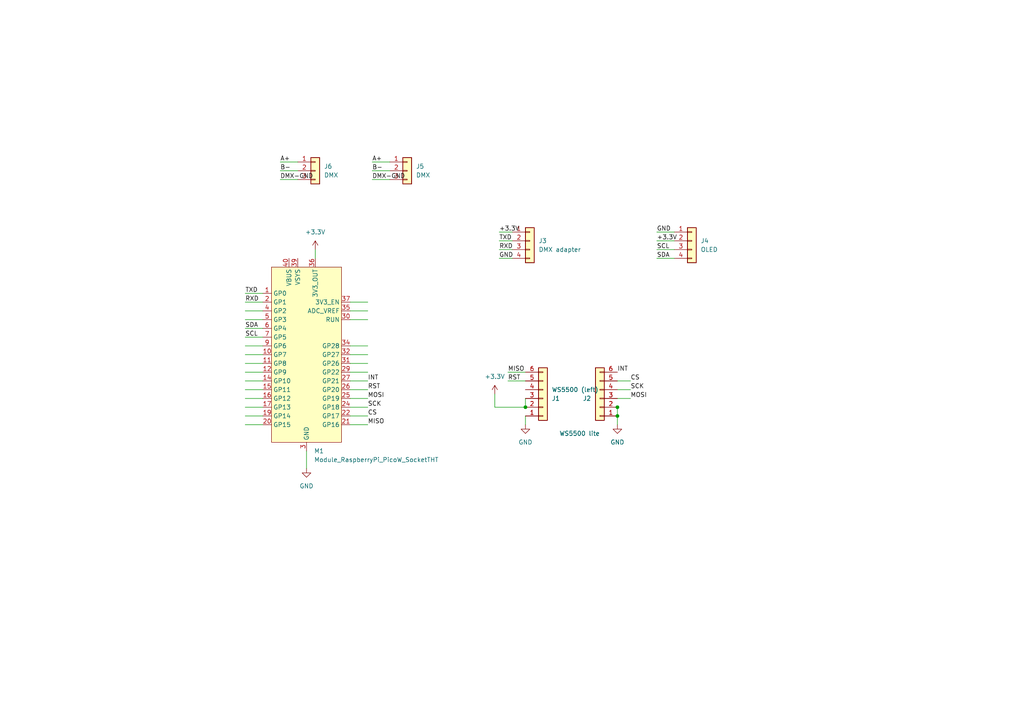
<source format=kicad_sch>
(kicad_sch (version 20230121) (generator eeschema)
  (paper "A4")
  (lib_symbols
    (symbol "Connector_Generic:Conn_01x03" (pin_names (offset 1.016) hide)
      (property "Reference" "J" (at 0 5.08 0))
      (property "Value" "Conn_01x03" (at 0 -5.08 0))
      (symbol "Conn_01x03_1_1"
        (rectangle (start -1.27 -2.413) (end 0 -2.667) (stroke (width 0.1524)))
        (rectangle (start -1.27 0.127) (end 0 -0.127) (stroke (width 0.1524)))
        (rectangle (start -1.27 2.667) (end 0 2.413) (stroke (width 0.1524)))
        (rectangle (start -1.27 3.81) (end 1.27 -3.81) (stroke (width 0.254)) (fill (type background)))
        (pin passive line (at -5.08 2.54 0) (length 3.81) (name "Pin_1") (number "1"))
        (pin passive line (at -5.08 0 0) (length 3.81) (name "Pin_2") (number "2"))
        (pin passive line (at -5.08 -2.54 0) (length 3.81) (name "Pin_3") (number "3"))
      )
    )
    (symbol "Connector_Generic:Conn_01x04" (pin_names (offset 1.016) hide)
      (property "Reference" "J" (at 0 5.08 0))
      (property "Value" "Conn_01x04" (at 0 -7.62 0))
      (symbol "Conn_01x04_1_1"
        (rectangle (start -1.27 -4.953) (end 0 -5.207) (stroke (width 0.1524)))
        (rectangle (start -1.27 -2.413) (end 0 -2.667) (stroke (width 0.1524)))
        (rectangle (start -1.27 0.127) (end 0 -0.127) (stroke (width 0.1524)))
        (rectangle (start -1.27 2.667) (end 0 2.413) (stroke (width 0.1524)))
        (rectangle (start -1.27 3.81) (end 1.27 -6.35) (stroke (width 0.254)) (fill (type background)))
        (pin passive line (at -5.08 2.54 0) (length 3.81) (name "Pin_1") (number "1"))
        (pin passive line (at -5.08 0 0) (length 3.81) (name "Pin_2") (number "2"))
        (pin passive line (at -5.08 -2.54 0) (length 3.81) (name "Pin_3") (number "3"))
        (pin passive line (at -5.08 -5.08 0) (length 3.81) (name "Pin_4") (number "4"))
      )
    )
    (symbol "Connector_Generic:Conn_01x06" (pin_names (offset 1.016) hide)
      (property "Reference" "J" (at 0 7.62 0))
      (property "Value" "Conn_01x06" (at 0 -10.16 0))
      (symbol "Conn_01x06_1_1"
        (rectangle (start -1.27 -7.493) (end 0 -7.747) (stroke (width 0.1524)))
        (rectangle (start -1.27 -4.953) (end 0 -5.207) (stroke (width 0.1524)))
        (rectangle (start -1.27 -2.413) (end 0 -2.667) (stroke (width 0.1524)))
        (rectangle (start -1.27 0.127) (end 0 -0.127) (stroke (width 0.1524)))
        (rectangle (start -1.27 2.667) (end 0 2.413) (stroke (width 0.1524)))
        (rectangle (start -1.27 5.207) (end 0 4.953) (stroke (width 0.1524)))
        (rectangle (start -1.27 6.35) (end 1.27 -8.89) (stroke (width 0.254)) (fill (type background)))
        (pin passive line (at -5.08 5.08 0) (length 3.81) (name "Pin_1") (number "1"))
        (pin passive line (at -5.08 2.54 0) (length 3.81) (name "Pin_2") (number "2"))
        (pin passive line (at -5.08 0 0) (length 3.81) (name "Pin_3") (number "3"))
        (pin passive line (at -5.08 -2.54 0) (length 3.81) (name "Pin_4") (number "4"))
        (pin passive line (at -5.08 -5.08 0) (length 3.81) (name "Pin_5") (number "5"))
        (pin passive line (at -5.08 -7.62 0) (length 3.81) (name "Pin_6") (number "6"))
      )
    )
    (symbol "fab:Module_RaspberryPi_PicoW_SocketTHT"
      (property "Reference" "M" (at 0 0 0))
      (property "Value" "Module_RaspberryPi_PicoW_SocketTHT" (at 0 0 0))
      (symbol "Module_RaspberryPi_PicoW_SocketTHT_1_1"
        (rectangle (start -10.16 25.4) (end 10.16 -25.4) (fill (type background)))
        (pin bidirectional line (at -12.7 17.78 0) (length 2.54) (name "GP0") (number "1"))
        (pin bidirectional line (at -12.7 0 0) (length 2.54) (name "GP7") (number "10"))
        (pin bidirectional line (at -12.7 -2.54 0) (length 2.54) (name "GP8") (number "11"))
        (pin bidirectional line (at -12.7 -5.08 0) (length 2.54) (name "GP9") (number "12"))
        (pin passive line (at 0 -27.94 90) (length 2.54) hide (name "GND") (number "13"))
        (pin bidirectional line (at -12.7 -7.62 0) (length 2.54) (name "GP10") (number "14"))
        (pin bidirectional line (at -12.7 -10.16 0) (length 2.54) (name "GP11") (number "15"))
        (pin bidirectional line (at -12.7 -12.7 0) (length 2.54) (name "GP12") (number "16"))
        (pin bidirectional line (at -12.7 -15.24 0) (length 2.54) (name "GP13") (number "17"))
        (pin passive line (at 0 -27.94 90) (length 2.54) hide (name "GND") (number "18"))
        (pin bidirectional line (at -12.7 -17.78 0) (length 2.54) (name "GP14") (number "19"))
        (pin bidirectional line (at -12.7 15.24 0) (length 2.54) (name "GP1") (number "2"))
        (pin bidirectional line (at -12.7 -20.32 0) (length 2.54) (name "GP15") (number "20"))
        (pin bidirectional line (at 12.7 -20.32 180) (length 2.54) (name "GP16") (number "21"))
        (pin bidirectional line (at 12.7 -17.78 180) (length 2.54) (name "GP17") (number "22"))
        (pin passive line (at 0 -27.94 90) (length 2.54) hide (name "GND") (number "23"))
        (pin bidirectional line (at 12.7 -15.24 180) (length 2.54) (name "GP18") (number "24"))
        (pin bidirectional line (at 12.7 -12.7 180) (length 2.54) (name "GP19") (number "25"))
        (pin bidirectional line (at 12.7 -10.16 180) (length 2.54) (name "GP20") (number "26"))
        (pin bidirectional line (at 12.7 -7.62 180) (length 2.54) (name "GP21") (number "27"))
        (pin passive line (at 0 -27.94 90) (length 2.54) hide (name "GND") (number "28"))
        (pin bidirectional line (at 12.7 -5.08 180) (length 2.54) (name "GP22") (number "29"))
        (pin power_in line (at 0 -27.94 90) (length 2.54) (name "GND") (number "3"))
        (pin input line (at 12.7 10.16 180) (length 2.54) (name "RUN") (number "30"))
        (pin bidirectional line (at 12.7 -2.54 180) (length 2.54) (name "GP26") (number "31"))
        (pin bidirectional line (at 12.7 0 180) (length 2.54) (name "GP27") (number "32"))
        (pin passive line (at 0 -27.94 90) (length 2.54) hide (name "GND") (number "33"))
        (pin bidirectional line (at 12.7 2.54 180) (length 2.54) (name "GP28") (number "34"))
        (pin input line (at 12.7 12.7 180) (length 2.54) (name "ADC_VREF") (number "35"))
        (pin power_in line (at 2.54 27.94 270) (length 2.54) (name "3V3_OUT") (number "36"))
        (pin input line (at 12.7 15.24 180) (length 2.54) (name "3V3_EN") (number "37"))
        (pin passive line (at 0 -27.94 90) (length 2.54) hide (name "GND") (number "38"))
        (pin power_in line (at -2.54 27.94 270) (length 2.54) (name "VSYS") (number "39"))
        (pin bidirectional line (at -12.7 12.7 0) (length 2.54) (name "GP2") (number "4"))
        (pin power_in line (at -5.08 27.94 270) (length 2.54) (name "VBUS") (number "40"))
        (pin bidirectional line (at -12.7 10.16 0) (length 2.54) (name "GP3") (number "5"))
        (pin bidirectional line (at -12.7 7.62 0) (length 2.54) (name "GP4") (number "6"))
        (pin bidirectional line (at -12.7 5.08 0) (length 2.54) (name "GP5") (number "7"))
        (pin passive line (at 0 -27.94 90) (length 2.54) hide (name "GND") (number "8"))
        (pin bidirectional line (at -12.7 2.54 0) (length 2.54) (name "GP6") (number "9"))
      )
    )
    (symbol "power:+3.3V" (power) (pin_names (offset 0))
      (property "Value" "+3.3V" (at 0 3.556 0))
      (symbol "+3.3V_0_1"
        (polyline (pts (xy -0.762 1.27) (xy 0 2.54)))
        (polyline (pts (xy 0 0) (xy 0 2.54)))
        (polyline (pts (xy 0 2.54) (xy 0.762 1.27)))
      )
      (symbol "+3.3V_1_1"
        (pin power_in line (at 0 0 90) (length 0) hide (name "+3.3V") (number "1"))
      )
    )
    (symbol "power:GND" (power) (pin_names (offset 0))
      (property "Value" "GND" (at 0 -3.81 0))
      (symbol "GND_0_1"
        (polyline (pts (xy 0 0) (xy 0 -1.27) (xy 1.27 -1.27) (xy 0 -2.54) (xy -1.27 -1.27) (xy 0 -1.27)))
      )
      (symbol "GND_1_1"
        (pin power_in line (at 0 0 270) (length 0) hide (name "GND") (number "1"))
      )
    )
  )
  (junction (at 179.07 118.11))
  (junction (at 152.4 118.11))
  (junction (at 179.07 120.65))
  (wire (pts (xy 101.6 110.49) (xy 106.68 110.49)))
  (wire (pts (xy 152.4 118.11) (xy 143.51 118.11)))
  (wire (pts (xy 101.6 105.41) (xy 106.68 105.41)))
  (wire (pts (xy 81.28 46.99) (xy 86.36 46.99)))
  (wire (pts (xy 71.12 107.95) (xy 76.2 107.95)))
  (wire (pts (xy 71.12 105.41) (xy 76.2 105.41)))
  (wire (pts (xy 107.95 49.53) (xy 113.03 49.53)))
  (wire (pts (xy 101.6 113.03) (xy 106.68 113.03)))
  (wire (pts (xy 190.5 74.93) (xy 195.58 74.93)))
  (wire (pts (xy 71.12 102.87) (xy 76.2 102.87)))
  (wire (pts (xy 101.6 120.65) (xy 106.68 120.65)))
  (wire (pts (xy 143.51 114.3) (xy 143.51 118.11)))
  (wire (pts (xy 101.6 115.57) (xy 106.68 115.57)))
  (wire (pts (xy 147.32 110.49) (xy 152.4 110.49)))
  (wire (pts (xy 71.12 110.49) (xy 76.2 110.49)))
  (wire (pts (xy 107.95 52.07) (xy 113.03 52.07)))
  (wire (pts (xy 144.78 67.31) (xy 148.59 67.31)))
  (wire (pts (xy 71.12 118.11) (xy 76.2 118.11)))
  (wire (pts (xy 81.28 49.53) (xy 86.36 49.53)))
  (wire (pts (xy 71.12 100.33) (xy 76.2 100.33)))
  (wire (pts (xy 152.4 120.65) (xy 152.4 123.19)))
  (wire (pts (xy 190.5 67.31) (xy 195.58 67.31)))
  (wire (pts (xy 144.78 72.39) (xy 148.59 72.39)))
  (wire (pts (xy 179.07 113.03) (xy 182.88 113.03)))
  (wire (pts (xy 71.12 97.79) (xy 76.2 97.79)))
  (wire (pts (xy 81.28 52.07) (xy 86.36 52.07)))
  (wire (pts (xy 147.32 107.95) (xy 152.4 107.95)))
  (wire (pts (xy 190.5 72.39) (xy 195.58 72.39)))
  (wire (pts (xy 71.12 95.25) (xy 76.2 95.25)))
  (wire (pts (xy 71.12 123.19) (xy 76.2 123.19)))
  (wire (pts (xy 101.6 102.87) (xy 106.68 102.87)))
  (wire (pts (xy 179.07 110.49) (xy 182.88 110.49)))
  (wire (pts (xy 71.12 85.09) (xy 76.2 85.09)))
  (wire (pts (xy 144.78 69.85) (xy 148.59 69.85)))
  (wire (pts (xy 88.9 130.81) (xy 88.9 135.89)))
  (wire (pts (xy 71.12 113.03) (xy 76.2 113.03)))
  (wire (pts (xy 101.6 107.95) (xy 106.68 107.95)))
  (wire (pts (xy 179.07 120.65) (xy 179.07 123.19)))
  (wire (pts (xy 152.4 115.57) (xy 152.4 118.11)))
  (wire (pts (xy 71.12 120.65) (xy 76.2 120.65)))
  (wire (pts (xy 101.6 123.19) (xy 106.68 123.19)))
  (wire (pts (xy 101.6 87.63) (xy 106.68 87.63)))
  (wire (pts (xy 71.12 92.71) (xy 76.2 92.71)))
  (wire (pts (xy 71.12 90.17) (xy 76.2 90.17)))
  (wire (pts (xy 101.6 90.17) (xy 106.68 90.17)))
  (wire (pts (xy 107.95 46.99) (xy 113.03 46.99)))
  (wire (pts (xy 190.5 69.85) (xy 195.58 69.85)))
  (wire (pts (xy 91.44 72.39) (xy 91.44 74.93)))
  (wire (pts (xy 101.6 118.11) (xy 106.68 118.11)))
  (wire (pts (xy 177.8 118.11) (xy 179.07 118.11)))
  (wire (pts (xy 71.12 87.63) (xy 76.2 87.63)))
  (wire (pts (xy 179.07 115.57) (xy 182.88 115.57)))
  (wire (pts (xy 101.6 100.33) (xy 106.68 100.33)))
  (wire (pts (xy 71.12 115.57) (xy 76.2 115.57)))
  (wire (pts (xy 179.07 118.11) (xy 179.07 120.65)))
  (wire (pts (xy 144.78 74.93) (xy 148.59 74.93)))
  (wire (pts (xy 101.6 92.71) (xy 106.68 92.71)))
  (label "SDA" (at 71.12 95.25 0))
  (label "CS" (at 106.68 120.65 0))
  (label "TXD" (at 144.78 69.85 0))
  (label "TXD" (at 71.12 85.09 0))
  (label "MISO" (at 147.32 107.95 0))
  (label "A+" (at 107.95 46.99 0))
  (label "MOSI" (at 106.68 115.57 0))
  (label "B-" (at 81.28 49.53 0))
  (label "A+" (at 81.28 46.99 0))
  (label "GND" (at 190.5 67.31 0))
  (label "RXD" (at 144.78 72.39 0))
  (label "SCL" (at 190.5 72.39 0))
  (label "MISO" (at 106.68 123.19 0))
  (label "MOSI" (at 182.88 115.57 0))
  (label "GND" (at 144.78 74.93 0))
  (label "SCK" (at 182.88 113.03 0))
  (label "INT" (at 106.68 110.49 0))
  (label "+3.3V" (at 190.5 69.85 0))
  (label "INT" (at 179.07 107.95 0))
  (label "RXD" (at 71.12 87.63 0))
  (label "RST" (at 147.32 110.49 0))
  (label "+3.3V" (at 144.78 67.31 0))
  (label "SCK" (at 106.68 118.11 0))
  (label "DMX-GND" (at 107.95 52.07 0))
  (label "RST" (at 106.68 113.03 0))
  (label "CS" (at 182.88 110.49 0))
  (label "SCL" (at 71.12 97.79 0))
  (label "B-" (at 107.95 49.53 0))
  (label "SDA" (at 190.5 74.93 0))
  (label "DMX-GND" (at 81.28 52.07 0))
  (symbol (lib_id "power:+3.3V") (at 91.44 72.39 0) (unit 1)
    (property "Reference" "#PWR05" (effects hide))
    (property "Value" "+3.3V" (at 91.44 67.31 0))
  )
  (symbol (lib_id "Connector_Generic:Conn_01x04") (at 153.67 69.85 0) (unit 1)
    (property "Reference" "J3" (at 156.21 69.85 0) (effects (justify left)))
    (property "Value" "DMX adapter" (at 156.21 72.39 0) (effects (justify left)))
    (property "Footprint" "Connector_PinSocket_2.54mm:PinSocket_1x04_P2.54mm_Vertical" (effects hide))
  )
  (symbol (lib_id "power:GND") (at 179.07 123.19 0) (unit 1)
    (property "Reference" "#PWR01" (effects hide))
    (property "Value" "GND" (at 179.07 128.27 0))
  )
  (symbol (lib_id "power:+3.3V") (at 143.51 114.3 0) (unit 1)
    (property "Reference" "#PWR03" (effects hide))
    (property "Value" "+3.3V" (at 143.51 109.22 0))
  )
  (symbol (lib_id "Connector_Generic:Conn_01x06") (at 157.48 115.57 0) (mirror x) (unit 1)
    (property "Reference" "J1" (at 160.02 115.57 0) (effects (justify left)))
    (property "Value" "WS5500 (left)" (at 160.02 113.03 0) (effects (justify left)))
    (property "Footprint" "Connector_PinSocket_2.54mm:PinSocket_1x06_P2.54mm_Vertical" (effects hide))
  )
  (symbol (lib_id "Connector_Generic:Conn_01x03") (at 91.44 49.53 0) (unit 1)
    (property "Reference" "J6" (at 93.98 48.26 0) (effects (justify left)))
    (property "Value" "DMX" (at 93.98 50.8 0) (effects (justify left)))
    (property "Footprint" "Connector_TE-Connectivity:TE_826576-3_1x03_P3.96mm_Vertical" (effects hide))
  )
  (symbol (lib_id "Connector_Generic:Conn_01x06") (at 173.99 115.57 180) (unit 1)
    (property "Reference" "J2" (at 171.45 115.57 0) (effects (justify left)))
    (property "Value" "WS5500 lite" (at 173.99 125.73 0) (effects (justify left)))
    (property "Footprint" "Connector_PinSocket_2.54mm:PinSocket_1x06_P2.54mm_Vertical" (effects hide))
  )
  (symbol (lib_id "Connector_Generic:Conn_01x03") (at 118.11 49.53 0) (unit 1)
    (property "Reference" "J5" (at 120.65 48.26 0) (effects (justify left)))
    (property "Value" "DMX" (at 120.65 50.8 0) (effects (justify left)))
    (property "Footprint" "Connectors_Audio:Jack_XLR_Neutrik_NC3FAH_Horizontal" (effects hide))
  )
  (symbol (lib_id "fab:Module_RaspberryPi_PicoW_SocketTHT") (at 88.9 102.87 0) (unit 1)
    (property "Reference" "M1" (at 91.0941 130.81 0) (effects (justify left)))
    (property "Value" "Module_RaspberryPi_PicoW_SocketTHT" (at 91.0941 133.35 0) (effects (justify left)))
    (property "Footprint" "fab:RaspberryPi_PicoW_SocketTHT" (effects hide))
    (property "Datasheet" "https://datasheets.raspberrypi.com/picow/pico-w-datasheet.pdf" (effects hide))
  )
  (symbol (lib_id "Connector_Generic:Conn_01x04") (at 200.66 69.85 0) (unit 1)
    (property "Reference" "J4" (at 203.2 69.85 0) (effects (justify left)))
    (property "Value" "OLED" (at 203.2 72.39 0) (effects (justify left)))
    (property "Footprint" "Connector_PinSocket_2.54mm:PinSocket_1x04_P2.54mm_Vertical" (effects hide))
  )
  (symbol (lib_id "power:GND") (at 152.4 123.19 0) (unit 1)
    (property "Reference" "#PWR02" (effects hide))
    (property "Value" "GND" (at 152.4 128.27 0))
  )
  (symbol (lib_id "power:GND") (at 88.9 135.89 0) (unit 1)
    (property "Reference" "#PWR04" (effects hide))
    (property "Value" "GND" (at 88.9 140.97 0))
  )
)
</source>
